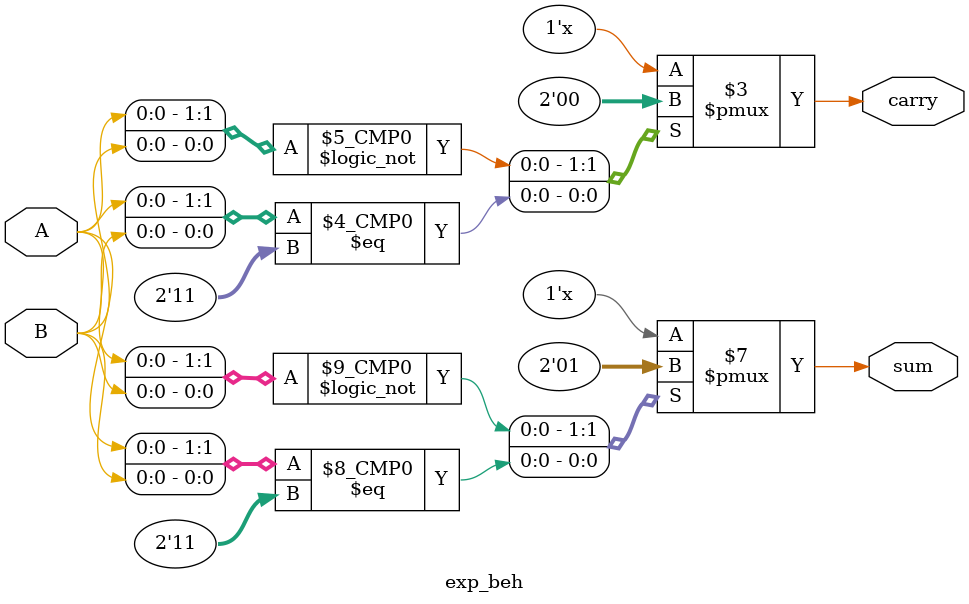
<source format=v>

module exp_beh(sum, carry, A, B);
input A, B; output sum, carry;
reg sum, carry;
always @ (A or B)
begin
case ({A, B})
2'b000 : begin sum = 0; carry = 0; end
2'b011 : begin sum = 1; carry = 0; end
2'b100 : begin sum = 1; carry = 0; end
2'b111 : begin sum = 0; carry = 1; end
endcase
end
endmodule
</source>
